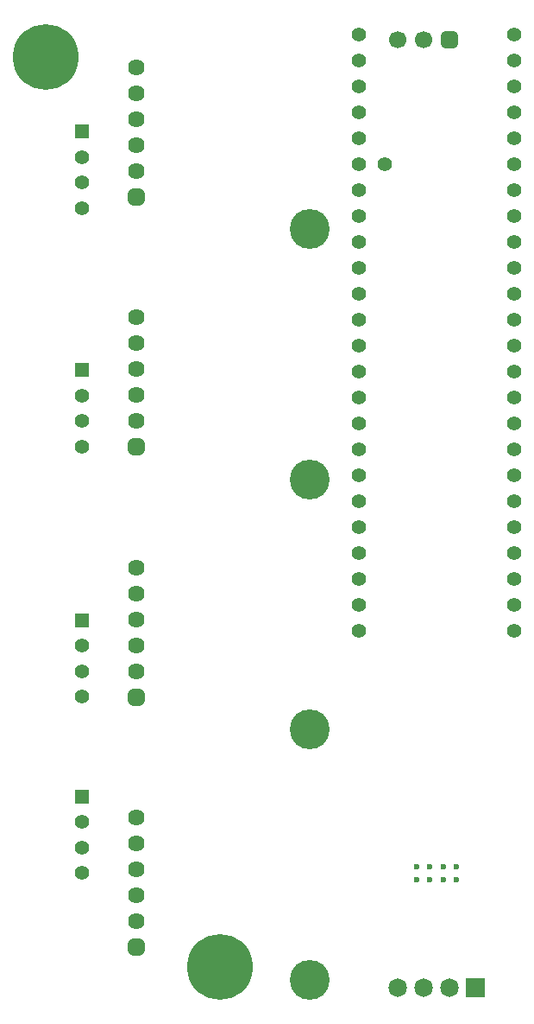
<source format=gbs>
G04*
G04 #@! TF.GenerationSoftware,Altium Limited,Altium Designer,25.1.2 (22)*
G04*
G04 Layer_Color=16711935*
%FSLAX26Y26*%
%MOIN*%
G70*
G04*
G04 #@! TF.SameCoordinates,36FF1957-655E-4FCE-A78B-4FF043CE075B*
G04*
G04*
G04 #@! TF.FilePolarity,Negative*
G04*
G01*
G75*
%ADD37C,0.063779*%
G04:AMPARAMS|DCode=38|XSize=63.779mil|YSize=63.779mil|CornerRadius=16.929mil|HoleSize=0mil|Usage=FLASHONLY|Rotation=90.000|XOffset=0mil|YOffset=0mil|HoleType=Round|Shape=RoundedRectangle|*
%AMROUNDEDRECTD38*
21,1,0.063779,0.029921,0,0,90.0*
21,1,0.029921,0.063779,0,0,90.0*
1,1,0.033858,0.014961,0.014961*
1,1,0.033858,0.014961,-0.014961*
1,1,0.033858,-0.014961,-0.014961*
1,1,0.033858,-0.014961,0.014961*
%
%ADD38ROUNDEDRECTD38*%
%ADD39C,0.153937*%
%ADD40C,0.253937*%
%ADD41C,0.023622*%
%ADD42C,0.066929*%
G04:AMPARAMS|DCode=43|XSize=66.929mil|YSize=66.929mil|CornerRadius=17.716mil|HoleSize=0mil|Usage=FLASHONLY|Rotation=180.000|XOffset=0mil|YOffset=0mil|HoleType=Round|Shape=RoundedRectangle|*
%AMROUNDEDRECTD43*
21,1,0.066929,0.031496,0,0,180.0*
21,1,0.031496,0.066929,0,0,180.0*
1,1,0.035433,-0.015748,0.015748*
1,1,0.035433,0.015748,0.015748*
1,1,0.035433,0.015748,-0.015748*
1,1,0.035433,-0.015748,-0.015748*
%
%ADD43ROUNDEDRECTD43*%
%ADD44C,0.071850*%
%ADD45R,0.071850X0.071850*%
%ADD46C,0.055433*%
%ADD47C,0.055118*%
%ADD48R,0.055118X0.055118*%
D37*
X535000Y3405000D02*
D03*
Y3305000D02*
D03*
Y3505000D02*
D03*
Y3605000D02*
D03*
Y3705000D02*
D03*
Y510000D02*
D03*
Y410000D02*
D03*
Y610000D02*
D03*
Y710000D02*
D03*
Y810000D02*
D03*
Y1475000D02*
D03*
Y1375000D02*
D03*
Y1575000D02*
D03*
Y1675000D02*
D03*
Y1775000D02*
D03*
Y2440000D02*
D03*
Y2340000D02*
D03*
Y2540000D02*
D03*
Y2640000D02*
D03*
Y2740000D02*
D03*
D38*
Y3205000D02*
D03*
Y310000D02*
D03*
Y1275000D02*
D03*
Y2240000D02*
D03*
D39*
X1205000Y2115000D02*
D03*
Y3080000D02*
D03*
Y1150000D02*
D03*
Y185000D02*
D03*
D40*
X860000Y235000D02*
D03*
X185000Y3745000D02*
D03*
D41*
X1771772Y620591D02*
D03*
Y569409D02*
D03*
X1720591Y620591D02*
D03*
Y569409D02*
D03*
X1618228D02*
D03*
Y620591D02*
D03*
X1669409Y569409D02*
D03*
Y620591D02*
D03*
D42*
X1545000Y3810000D02*
D03*
X1645000D02*
D03*
D43*
X1745000D02*
D03*
D44*
X1545000Y155000D02*
D03*
X1645000D02*
D03*
X1745000D02*
D03*
D45*
X1845000D02*
D03*
D46*
X1395000Y3030000D02*
D03*
Y3130000D02*
D03*
Y3230000D02*
D03*
Y3330000D02*
D03*
Y3430000D02*
D03*
Y3530000D02*
D03*
Y3630000D02*
D03*
Y3730000D02*
D03*
Y3830000D02*
D03*
X1995000D02*
D03*
Y3730000D02*
D03*
Y3630000D02*
D03*
Y3530000D02*
D03*
Y3430000D02*
D03*
Y3330000D02*
D03*
Y3230000D02*
D03*
Y3130000D02*
D03*
Y3030000D02*
D03*
X1395000Y1530000D02*
D03*
Y1630000D02*
D03*
Y1730000D02*
D03*
Y1830000D02*
D03*
Y1930000D02*
D03*
Y2030000D02*
D03*
Y2130000D02*
D03*
Y2230000D02*
D03*
Y2330000D02*
D03*
Y2430000D02*
D03*
Y2530000D02*
D03*
Y2630000D02*
D03*
Y2730000D02*
D03*
Y2830000D02*
D03*
X1995000Y2930000D02*
D03*
Y2830000D02*
D03*
Y2730000D02*
D03*
Y2630000D02*
D03*
Y2530000D02*
D03*
Y2430000D02*
D03*
Y2330000D02*
D03*
Y2230000D02*
D03*
Y2130000D02*
D03*
Y2030000D02*
D03*
Y1930000D02*
D03*
Y1830000D02*
D03*
Y1730000D02*
D03*
X1395000Y2930000D02*
D03*
X1495000Y3330000D02*
D03*
X1995000Y1630000D02*
D03*
Y1530000D02*
D03*
D47*
X325000Y2241575D02*
D03*
Y2340000D02*
D03*
Y2438425D02*
D03*
Y1276575D02*
D03*
Y1473425D02*
D03*
Y1375000D02*
D03*
Y3358425D02*
D03*
Y3260000D02*
D03*
Y3161575D02*
D03*
Y596575D02*
D03*
Y695000D02*
D03*
Y793425D02*
D03*
D48*
Y2536850D02*
D03*
Y1571850D02*
D03*
Y3456850D02*
D03*
Y891850D02*
D03*
M02*

</source>
